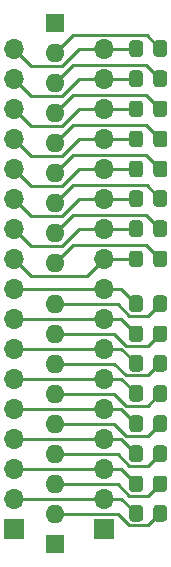
<source format=gbr>
%TF.GenerationSoftware,KiCad,Pcbnew,(5.1.9)-1*%
%TF.CreationDate,2021-02-04T07:57:01-05:00*%
%TF.ProjectId,NerdConsole_BreadBoard_BridgeMonitor16,4e657264-436f-46e7-936f-6c655f427265,rev?*%
%TF.SameCoordinates,Original*%
%TF.FileFunction,Copper,L1,Top*%
%TF.FilePolarity,Positive*%
%FSLAX46Y46*%
G04 Gerber Fmt 4.6, Leading zero omitted, Abs format (unit mm)*
G04 Created by KiCad (PCBNEW (5.1.9)-1) date 2021-02-04 07:57:01*
%MOMM*%
%LPD*%
G01*
G04 APERTURE LIST*
%TA.AperFunction,ComponentPad*%
%ADD10O,1.700000X1.700000*%
%TD*%
%TA.AperFunction,ComponentPad*%
%ADD11R,1.700000X1.700000*%
%TD*%
%TA.AperFunction,ComponentPad*%
%ADD12R,1.600000X1.600000*%
%TD*%
%TA.AperFunction,ComponentPad*%
%ADD13O,1.600000X1.600000*%
%TD*%
%TA.AperFunction,Conductor*%
%ADD14C,0.250000*%
%TD*%
G04 APERTURE END LIST*
%TO.P,D0,2*%
%TO.N,D0*%
%TA.AperFunction,SMDPad,CuDef*%
G36*
G01*
X117100000Y-111399999D02*
X117100000Y-112300001D01*
G75*
G02*
X116850001Y-112550000I-249999J0D01*
G01*
X116199999Y-112550000D01*
G75*
G02*
X115950000Y-112300001I0J249999D01*
G01*
X115950000Y-111399999D01*
G75*
G02*
X116199999Y-111150000I249999J0D01*
G01*
X116850001Y-111150000D01*
G75*
G02*
X117100000Y-111399999I0J-249999D01*
G01*
G37*
%TD.AperFunction*%
%TO.P,D0,1*%
%TO.N,LED0*%
%TA.AperFunction,SMDPad,CuDef*%
G36*
G01*
X119150000Y-111399999D02*
X119150000Y-112300001D01*
G75*
G02*
X118900001Y-112550000I-249999J0D01*
G01*
X118249999Y-112550000D01*
G75*
G02*
X118000000Y-112300001I0J249999D01*
G01*
X118000000Y-111399999D01*
G75*
G02*
X118249999Y-111150000I249999J0D01*
G01*
X118900001Y-111150000D01*
G75*
G02*
X119150000Y-111399999I0J-249999D01*
G01*
G37*
%TD.AperFunction*%
%TD*%
%TO.P,D1,1*%
%TO.N,LED1*%
%TA.AperFunction,SMDPad,CuDef*%
G36*
G01*
X119150000Y-108899999D02*
X119150000Y-109800001D01*
G75*
G02*
X118900001Y-110050000I-249999J0D01*
G01*
X118249999Y-110050000D01*
G75*
G02*
X118000000Y-109800001I0J249999D01*
G01*
X118000000Y-108899999D01*
G75*
G02*
X118249999Y-108650000I249999J0D01*
G01*
X118900001Y-108650000D01*
G75*
G02*
X119150000Y-108899999I0J-249999D01*
G01*
G37*
%TD.AperFunction*%
%TO.P,D1,2*%
%TO.N,D1*%
%TA.AperFunction,SMDPad,CuDef*%
G36*
G01*
X117100000Y-108899999D02*
X117100000Y-109800001D01*
G75*
G02*
X116850001Y-110050000I-249999J0D01*
G01*
X116199999Y-110050000D01*
G75*
G02*
X115950000Y-109800001I0J249999D01*
G01*
X115950000Y-108899999D01*
G75*
G02*
X116199999Y-108650000I249999J0D01*
G01*
X116850001Y-108650000D01*
G75*
G02*
X117100000Y-108899999I0J-249999D01*
G01*
G37*
%TD.AperFunction*%
%TD*%
%TO.P,D2,2*%
%TO.N,D2*%
%TA.AperFunction,SMDPad,CuDef*%
G36*
G01*
X117100000Y-106349999D02*
X117100000Y-107250001D01*
G75*
G02*
X116850001Y-107500000I-249999J0D01*
G01*
X116199999Y-107500000D01*
G75*
G02*
X115950000Y-107250001I0J249999D01*
G01*
X115950000Y-106349999D01*
G75*
G02*
X116199999Y-106100000I249999J0D01*
G01*
X116850001Y-106100000D01*
G75*
G02*
X117100000Y-106349999I0J-249999D01*
G01*
G37*
%TD.AperFunction*%
%TO.P,D2,1*%
%TO.N,LED2*%
%TA.AperFunction,SMDPad,CuDef*%
G36*
G01*
X119150000Y-106349999D02*
X119150000Y-107250001D01*
G75*
G02*
X118900001Y-107500000I-249999J0D01*
G01*
X118249999Y-107500000D01*
G75*
G02*
X118000000Y-107250001I0J249999D01*
G01*
X118000000Y-106349999D01*
G75*
G02*
X118249999Y-106100000I249999J0D01*
G01*
X118900001Y-106100000D01*
G75*
G02*
X119150000Y-106349999I0J-249999D01*
G01*
G37*
%TD.AperFunction*%
%TD*%
%TO.P,D3,1*%
%TO.N,LED3*%
%TA.AperFunction,SMDPad,CuDef*%
G36*
G01*
X119150000Y-103799999D02*
X119150000Y-104700001D01*
G75*
G02*
X118900001Y-104950000I-249999J0D01*
G01*
X118249999Y-104950000D01*
G75*
G02*
X118000000Y-104700001I0J249999D01*
G01*
X118000000Y-103799999D01*
G75*
G02*
X118249999Y-103550000I249999J0D01*
G01*
X118900001Y-103550000D01*
G75*
G02*
X119150000Y-103799999I0J-249999D01*
G01*
G37*
%TD.AperFunction*%
%TO.P,D3,2*%
%TO.N,D3*%
%TA.AperFunction,SMDPad,CuDef*%
G36*
G01*
X117100000Y-103799999D02*
X117100000Y-104700001D01*
G75*
G02*
X116850001Y-104950000I-249999J0D01*
G01*
X116199999Y-104950000D01*
G75*
G02*
X115950000Y-104700001I0J249999D01*
G01*
X115950000Y-103799999D01*
G75*
G02*
X116199999Y-103550000I249999J0D01*
G01*
X116850001Y-103550000D01*
G75*
G02*
X117100000Y-103799999I0J-249999D01*
G01*
G37*
%TD.AperFunction*%
%TD*%
%TO.P,D4,2*%
%TO.N,D4*%
%TA.AperFunction,SMDPad,CuDef*%
G36*
G01*
X117100000Y-101249999D02*
X117100000Y-102150001D01*
G75*
G02*
X116850001Y-102400000I-249999J0D01*
G01*
X116199999Y-102400000D01*
G75*
G02*
X115950000Y-102150001I0J249999D01*
G01*
X115950000Y-101249999D01*
G75*
G02*
X116199999Y-101000000I249999J0D01*
G01*
X116850001Y-101000000D01*
G75*
G02*
X117100000Y-101249999I0J-249999D01*
G01*
G37*
%TD.AperFunction*%
%TO.P,D4,1*%
%TO.N,LED4*%
%TA.AperFunction,SMDPad,CuDef*%
G36*
G01*
X119150000Y-101249999D02*
X119150000Y-102150001D01*
G75*
G02*
X118900001Y-102400000I-249999J0D01*
G01*
X118249999Y-102400000D01*
G75*
G02*
X118000000Y-102150001I0J249999D01*
G01*
X118000000Y-101249999D01*
G75*
G02*
X118249999Y-101000000I249999J0D01*
G01*
X118900001Y-101000000D01*
G75*
G02*
X119150000Y-101249999I0J-249999D01*
G01*
G37*
%TD.AperFunction*%
%TD*%
%TO.P,D5,1*%
%TO.N,LED5*%
%TA.AperFunction,SMDPad,CuDef*%
G36*
G01*
X119150000Y-98699999D02*
X119150000Y-99600001D01*
G75*
G02*
X118900001Y-99850000I-249999J0D01*
G01*
X118249999Y-99850000D01*
G75*
G02*
X118000000Y-99600001I0J249999D01*
G01*
X118000000Y-98699999D01*
G75*
G02*
X118249999Y-98450000I249999J0D01*
G01*
X118900001Y-98450000D01*
G75*
G02*
X119150000Y-98699999I0J-249999D01*
G01*
G37*
%TD.AperFunction*%
%TO.P,D5,2*%
%TO.N,D5*%
%TA.AperFunction,SMDPad,CuDef*%
G36*
G01*
X117100000Y-98699999D02*
X117100000Y-99600001D01*
G75*
G02*
X116850001Y-99850000I-249999J0D01*
G01*
X116199999Y-99850000D01*
G75*
G02*
X115950000Y-99600001I0J249999D01*
G01*
X115950000Y-98699999D01*
G75*
G02*
X116199999Y-98450000I249999J0D01*
G01*
X116850001Y-98450000D01*
G75*
G02*
X117100000Y-98699999I0J-249999D01*
G01*
G37*
%TD.AperFunction*%
%TD*%
%TO.P,D6,1*%
%TO.N,LED6*%
%TA.AperFunction,SMDPad,CuDef*%
G36*
G01*
X119150000Y-96199999D02*
X119150000Y-97100001D01*
G75*
G02*
X118900001Y-97350000I-249999J0D01*
G01*
X118249999Y-97350000D01*
G75*
G02*
X118000000Y-97100001I0J249999D01*
G01*
X118000000Y-96199999D01*
G75*
G02*
X118249999Y-95950000I249999J0D01*
G01*
X118900001Y-95950000D01*
G75*
G02*
X119150000Y-96199999I0J-249999D01*
G01*
G37*
%TD.AperFunction*%
%TO.P,D6,2*%
%TO.N,D6*%
%TA.AperFunction,SMDPad,CuDef*%
G36*
G01*
X117100000Y-96199999D02*
X117100000Y-97100001D01*
G75*
G02*
X116850001Y-97350000I-249999J0D01*
G01*
X116199999Y-97350000D01*
G75*
G02*
X115950000Y-97100001I0J249999D01*
G01*
X115950000Y-96199999D01*
G75*
G02*
X116199999Y-95950000I249999J0D01*
G01*
X116850001Y-95950000D01*
G75*
G02*
X117100000Y-96199999I0J-249999D01*
G01*
G37*
%TD.AperFunction*%
%TD*%
%TO.P,D7,2*%
%TO.N,D7*%
%TA.AperFunction,SMDPad,CuDef*%
G36*
G01*
X117100000Y-93649999D02*
X117100000Y-94550001D01*
G75*
G02*
X116850001Y-94800000I-249999J0D01*
G01*
X116199999Y-94800000D01*
G75*
G02*
X115950000Y-94550001I0J249999D01*
G01*
X115950000Y-93649999D01*
G75*
G02*
X116199999Y-93400000I249999J0D01*
G01*
X116850001Y-93400000D01*
G75*
G02*
X117100000Y-93649999I0J-249999D01*
G01*
G37*
%TD.AperFunction*%
%TO.P,D7,1*%
%TO.N,LED7*%
%TA.AperFunction,SMDPad,CuDef*%
G36*
G01*
X119150000Y-93649999D02*
X119150000Y-94550001D01*
G75*
G02*
X118900001Y-94800000I-249999J0D01*
G01*
X118249999Y-94800000D01*
G75*
G02*
X118000000Y-94550001I0J249999D01*
G01*
X118000000Y-93649999D01*
G75*
G02*
X118249999Y-93400000I249999J0D01*
G01*
X118900001Y-93400000D01*
G75*
G02*
X119150000Y-93649999I0J-249999D01*
G01*
G37*
%TD.AperFunction*%
%TD*%
%TO.P,D8,1*%
%TO.N,LED8*%
%TA.AperFunction,SMDPad,CuDef*%
G36*
G01*
X119150000Y-89849999D02*
X119150000Y-90750001D01*
G75*
G02*
X118900001Y-91000000I-249999J0D01*
G01*
X118249999Y-91000000D01*
G75*
G02*
X118000000Y-90750001I0J249999D01*
G01*
X118000000Y-89849999D01*
G75*
G02*
X118249999Y-89600000I249999J0D01*
G01*
X118900001Y-89600000D01*
G75*
G02*
X119150000Y-89849999I0J-249999D01*
G01*
G37*
%TD.AperFunction*%
%TO.P,D8,2*%
%TO.N,D8*%
%TA.AperFunction,SMDPad,CuDef*%
G36*
G01*
X117100000Y-89849999D02*
X117100000Y-90750001D01*
G75*
G02*
X116850001Y-91000000I-249999J0D01*
G01*
X116199999Y-91000000D01*
G75*
G02*
X115950000Y-90750001I0J249999D01*
G01*
X115950000Y-89849999D01*
G75*
G02*
X116199999Y-89600000I249999J0D01*
G01*
X116850001Y-89600000D01*
G75*
G02*
X117100000Y-89849999I0J-249999D01*
G01*
G37*
%TD.AperFunction*%
%TD*%
%TO.P,D9,2*%
%TO.N,D9*%
%TA.AperFunction,SMDPad,CuDef*%
G36*
G01*
X117100000Y-87299999D02*
X117100000Y-88200001D01*
G75*
G02*
X116850001Y-88450000I-249999J0D01*
G01*
X116199999Y-88450000D01*
G75*
G02*
X115950000Y-88200001I0J249999D01*
G01*
X115950000Y-87299999D01*
G75*
G02*
X116199999Y-87050000I249999J0D01*
G01*
X116850001Y-87050000D01*
G75*
G02*
X117100000Y-87299999I0J-249999D01*
G01*
G37*
%TD.AperFunction*%
%TO.P,D9,1*%
%TO.N,LED9*%
%TA.AperFunction,SMDPad,CuDef*%
G36*
G01*
X119150000Y-87299999D02*
X119150000Y-88200001D01*
G75*
G02*
X118900001Y-88450000I-249999J0D01*
G01*
X118249999Y-88450000D01*
G75*
G02*
X118000000Y-88200001I0J249999D01*
G01*
X118000000Y-87299999D01*
G75*
G02*
X118249999Y-87050000I249999J0D01*
G01*
X118900001Y-87050000D01*
G75*
G02*
X119150000Y-87299999I0J-249999D01*
G01*
G37*
%TD.AperFunction*%
%TD*%
%TO.P,Da,1*%
%TO.N,LED10*%
%TA.AperFunction,SMDPad,CuDef*%
G36*
G01*
X119150000Y-84749999D02*
X119150000Y-85650001D01*
G75*
G02*
X118900001Y-85900000I-249999J0D01*
G01*
X118249999Y-85900000D01*
G75*
G02*
X118000000Y-85650001I0J249999D01*
G01*
X118000000Y-84749999D01*
G75*
G02*
X118249999Y-84500000I249999J0D01*
G01*
X118900001Y-84500000D01*
G75*
G02*
X119150000Y-84749999I0J-249999D01*
G01*
G37*
%TD.AperFunction*%
%TO.P,Da,2*%
%TO.N,D10*%
%TA.AperFunction,SMDPad,CuDef*%
G36*
G01*
X117100000Y-84749999D02*
X117100000Y-85650001D01*
G75*
G02*
X116850001Y-85900000I-249999J0D01*
G01*
X116199999Y-85900000D01*
G75*
G02*
X115950000Y-85650001I0J249999D01*
G01*
X115950000Y-84749999D01*
G75*
G02*
X116199999Y-84500000I249999J0D01*
G01*
X116850001Y-84500000D01*
G75*
G02*
X117100000Y-84749999I0J-249999D01*
G01*
G37*
%TD.AperFunction*%
%TD*%
%TO.P,Db,2*%
%TO.N,D11*%
%TA.AperFunction,SMDPad,CuDef*%
G36*
G01*
X117100000Y-82249999D02*
X117100000Y-83150001D01*
G75*
G02*
X116850001Y-83400000I-249999J0D01*
G01*
X116199999Y-83400000D01*
G75*
G02*
X115950000Y-83150001I0J249999D01*
G01*
X115950000Y-82249999D01*
G75*
G02*
X116199999Y-82000000I249999J0D01*
G01*
X116850001Y-82000000D01*
G75*
G02*
X117100000Y-82249999I0J-249999D01*
G01*
G37*
%TD.AperFunction*%
%TO.P,Db,1*%
%TO.N,LED11*%
%TA.AperFunction,SMDPad,CuDef*%
G36*
G01*
X119150000Y-82249999D02*
X119150000Y-83150001D01*
G75*
G02*
X118900001Y-83400000I-249999J0D01*
G01*
X118249999Y-83400000D01*
G75*
G02*
X118000000Y-83150001I0J249999D01*
G01*
X118000000Y-82249999D01*
G75*
G02*
X118249999Y-82000000I249999J0D01*
G01*
X118900001Y-82000000D01*
G75*
G02*
X119150000Y-82249999I0J-249999D01*
G01*
G37*
%TD.AperFunction*%
%TD*%
%TO.P,Dc,1*%
%TO.N,LED12*%
%TA.AperFunction,SMDPad,CuDef*%
G36*
G01*
X119150000Y-79699999D02*
X119150000Y-80600001D01*
G75*
G02*
X118900001Y-80850000I-249999J0D01*
G01*
X118249999Y-80850000D01*
G75*
G02*
X118000000Y-80600001I0J249999D01*
G01*
X118000000Y-79699999D01*
G75*
G02*
X118249999Y-79450000I249999J0D01*
G01*
X118900001Y-79450000D01*
G75*
G02*
X119150000Y-79699999I0J-249999D01*
G01*
G37*
%TD.AperFunction*%
%TO.P,Dc,2*%
%TO.N,D12*%
%TA.AperFunction,SMDPad,CuDef*%
G36*
G01*
X117100000Y-79699999D02*
X117100000Y-80600001D01*
G75*
G02*
X116850001Y-80850000I-249999J0D01*
G01*
X116199999Y-80850000D01*
G75*
G02*
X115950000Y-80600001I0J249999D01*
G01*
X115950000Y-79699999D01*
G75*
G02*
X116199999Y-79450000I249999J0D01*
G01*
X116850001Y-79450000D01*
G75*
G02*
X117100000Y-79699999I0J-249999D01*
G01*
G37*
%TD.AperFunction*%
%TD*%
%TO.P,Dd,2*%
%TO.N,D13*%
%TA.AperFunction,SMDPad,CuDef*%
G36*
G01*
X117100000Y-77149999D02*
X117100000Y-78050001D01*
G75*
G02*
X116850001Y-78300000I-249999J0D01*
G01*
X116199999Y-78300000D01*
G75*
G02*
X115950000Y-78050001I0J249999D01*
G01*
X115950000Y-77149999D01*
G75*
G02*
X116199999Y-76900000I249999J0D01*
G01*
X116850001Y-76900000D01*
G75*
G02*
X117100000Y-77149999I0J-249999D01*
G01*
G37*
%TD.AperFunction*%
%TO.P,Dd,1*%
%TO.N,LED13*%
%TA.AperFunction,SMDPad,CuDef*%
G36*
G01*
X119150000Y-77149999D02*
X119150000Y-78050001D01*
G75*
G02*
X118900001Y-78300000I-249999J0D01*
G01*
X118249999Y-78300000D01*
G75*
G02*
X118000000Y-78050001I0J249999D01*
G01*
X118000000Y-77149999D01*
G75*
G02*
X118249999Y-76900000I249999J0D01*
G01*
X118900001Y-76900000D01*
G75*
G02*
X119150000Y-77149999I0J-249999D01*
G01*
G37*
%TD.AperFunction*%
%TD*%
%TO.P,De,1*%
%TO.N,LED14*%
%TA.AperFunction,SMDPad,CuDef*%
G36*
G01*
X119150000Y-74599999D02*
X119150000Y-75500001D01*
G75*
G02*
X118900001Y-75750000I-249999J0D01*
G01*
X118249999Y-75750000D01*
G75*
G02*
X118000000Y-75500001I0J249999D01*
G01*
X118000000Y-74599999D01*
G75*
G02*
X118249999Y-74350000I249999J0D01*
G01*
X118900001Y-74350000D01*
G75*
G02*
X119150000Y-74599999I0J-249999D01*
G01*
G37*
%TD.AperFunction*%
%TO.P,De,2*%
%TO.N,D14*%
%TA.AperFunction,SMDPad,CuDef*%
G36*
G01*
X117100000Y-74599999D02*
X117100000Y-75500001D01*
G75*
G02*
X116850001Y-75750000I-249999J0D01*
G01*
X116199999Y-75750000D01*
G75*
G02*
X115950000Y-75500001I0J249999D01*
G01*
X115950000Y-74599999D01*
G75*
G02*
X116199999Y-74350000I249999J0D01*
G01*
X116850001Y-74350000D01*
G75*
G02*
X117100000Y-74599999I0J-249999D01*
G01*
G37*
%TD.AperFunction*%
%TD*%
%TO.P,Df,2*%
%TO.N,D15*%
%TA.AperFunction,SMDPad,CuDef*%
G36*
G01*
X117100000Y-72049999D02*
X117100000Y-72950001D01*
G75*
G02*
X116850001Y-73200000I-249999J0D01*
G01*
X116199999Y-73200000D01*
G75*
G02*
X115950000Y-72950001I0J249999D01*
G01*
X115950000Y-72049999D01*
G75*
G02*
X116199999Y-71800000I249999J0D01*
G01*
X116850001Y-71800000D01*
G75*
G02*
X117100000Y-72049999I0J-249999D01*
G01*
G37*
%TD.AperFunction*%
%TO.P,Df,1*%
%TO.N,LED15*%
%TA.AperFunction,SMDPad,CuDef*%
G36*
G01*
X119150000Y-72049999D02*
X119150000Y-72950001D01*
G75*
G02*
X118900001Y-73200000I-249999J0D01*
G01*
X118249999Y-73200000D01*
G75*
G02*
X118000000Y-72950001I0J249999D01*
G01*
X118000000Y-72049999D01*
G75*
G02*
X118249999Y-71800000I249999J0D01*
G01*
X118900001Y-71800000D01*
G75*
G02*
X119150000Y-72049999I0J-249999D01*
G01*
G37*
%TD.AperFunction*%
%TD*%
D10*
%TO.P,J1,17*%
%TO.N,D15*%
X113800000Y-72510000D03*
%TO.P,J1,16*%
%TO.N,D14*%
X113800000Y-75050000D03*
%TO.P,J1,15*%
%TO.N,D13*%
X113800000Y-77590000D03*
%TO.P,J1,14*%
%TO.N,D12*%
X113800000Y-80130000D03*
%TO.P,J1,13*%
%TO.N,D11*%
X113800000Y-82670000D03*
%TO.P,J1,12*%
%TO.N,D10*%
X113800000Y-85210000D03*
%TO.P,J1,11*%
%TO.N,D9*%
X113800000Y-87750000D03*
%TO.P,J1,10*%
%TO.N,D8*%
X113800000Y-90290000D03*
%TO.P,J1,9*%
%TO.N,D7*%
X113800000Y-92830000D03*
%TO.P,J1,8*%
%TO.N,D6*%
X113800000Y-95370000D03*
%TO.P,J1,7*%
%TO.N,D5*%
X113800000Y-97910000D03*
%TO.P,J1,6*%
%TO.N,D4*%
X113800000Y-100450000D03*
%TO.P,J1,5*%
%TO.N,D3*%
X113800000Y-102990000D03*
%TO.P,J1,4*%
%TO.N,D2*%
X113800000Y-105530000D03*
%TO.P,J1,3*%
%TO.N,D1*%
X113800000Y-108070000D03*
%TO.P,J1,2*%
%TO.N,D0*%
X113800000Y-110610000D03*
D11*
%TO.P,J1,1*%
%TO.N,GND*%
X113800000Y-113150000D03*
%TD*%
%TO.P,J2,1*%
%TO.N,GND*%
X106200000Y-113150000D03*
D10*
%TO.P,J2,2*%
%TO.N,D0*%
X106200000Y-110610000D03*
%TO.P,J2,3*%
%TO.N,D1*%
X106200000Y-108070000D03*
%TO.P,J2,4*%
%TO.N,D2*%
X106200000Y-105530000D03*
%TO.P,J2,5*%
%TO.N,D3*%
X106200000Y-102990000D03*
%TO.P,J2,6*%
%TO.N,D4*%
X106200000Y-100450000D03*
%TO.P,J2,7*%
%TO.N,D5*%
X106200000Y-97910000D03*
%TO.P,J2,8*%
%TO.N,D6*%
X106200000Y-95370000D03*
%TO.P,J2,9*%
%TO.N,D7*%
X106200000Y-92830000D03*
%TO.P,J2,10*%
%TO.N,D8*%
X106200000Y-90290000D03*
%TO.P,J2,11*%
%TO.N,D9*%
X106200000Y-87750000D03*
%TO.P,J2,12*%
%TO.N,D10*%
X106200000Y-85210000D03*
%TO.P,J2,13*%
%TO.N,D11*%
X106200000Y-82670000D03*
%TO.P,J2,14*%
%TO.N,D12*%
X106200000Y-80130000D03*
%TO.P,J2,15*%
%TO.N,D13*%
X106200000Y-77590000D03*
%TO.P,J2,16*%
%TO.N,D14*%
X106200000Y-75050000D03*
%TO.P,J2,17*%
%TO.N,D15*%
X106200000Y-72510000D03*
%TD*%
D12*
%TO.P,RN1,1*%
%TO.N,GND*%
X109700000Y-114450000D03*
D13*
%TO.P,RN1,2*%
%TO.N,LED0*%
X109700000Y-111910000D03*
%TO.P,RN1,3*%
%TO.N,LED1*%
X109700000Y-109370000D03*
%TO.P,RN1,4*%
%TO.N,LED2*%
X109700000Y-106830000D03*
%TO.P,RN1,5*%
%TO.N,LED3*%
X109700000Y-104290000D03*
%TO.P,RN1,6*%
%TO.N,LED4*%
X109700000Y-101750000D03*
%TO.P,RN1,7*%
%TO.N,LED5*%
X109700000Y-99210000D03*
%TO.P,RN1,8*%
%TO.N,LED6*%
X109700000Y-96670000D03*
%TO.P,RN1,9*%
%TO.N,LED7*%
X109700000Y-94130000D03*
%TD*%
%TO.P,RN2,9*%
%TO.N,LED8*%
X109700000Y-90620000D03*
%TO.P,RN2,8*%
%TO.N,LED9*%
X109700000Y-88080000D03*
%TO.P,RN2,7*%
%TO.N,LED10*%
X109700000Y-85540000D03*
%TO.P,RN2,6*%
%TO.N,LED11*%
X109700000Y-83000000D03*
%TO.P,RN2,5*%
%TO.N,LED12*%
X109700000Y-80460000D03*
%TO.P,RN2,4*%
%TO.N,LED13*%
X109700000Y-77920000D03*
%TO.P,RN2,3*%
%TO.N,LED14*%
X109700000Y-75380000D03*
%TO.P,RN2,2*%
%TO.N,LED15*%
X109700000Y-72840000D03*
D12*
%TO.P,RN2,1*%
%TO.N,GND*%
X109700000Y-70300000D03*
%TD*%
D14*
%TO.N,D0*%
X115285000Y-110610000D02*
X116525000Y-111850000D01*
X113800000Y-110610000D02*
X115285000Y-110610000D01*
X113800000Y-110610000D02*
X106200000Y-110610000D01*
%TO.N,LED0*%
X114996810Y-111910000D02*
X109700000Y-111910000D01*
X115961820Y-112875010D02*
X114996810Y-111910000D01*
X117549990Y-112875010D02*
X115961820Y-112875010D01*
X118575000Y-111850000D02*
X117549990Y-112875010D01*
%TO.N,LED1*%
X115961820Y-110375010D02*
X114956810Y-109370000D01*
X114956810Y-109370000D02*
X109700000Y-109370000D01*
X117549990Y-110375010D02*
X115961820Y-110375010D01*
X118575000Y-109350000D02*
X117549990Y-110375010D01*
%TO.N,D1*%
X115245000Y-108070000D02*
X116525000Y-109350000D01*
X113800000Y-108070000D02*
X115245000Y-108070000D01*
X113800000Y-108070000D02*
X106200000Y-108070000D01*
%TO.N,D2*%
X115255000Y-105530000D02*
X116525000Y-106800000D01*
X113800000Y-105530000D02*
X115255000Y-105530000D01*
X113800000Y-105530000D02*
X106200000Y-105530000D01*
%TO.N,LED2*%
X114966810Y-106830000D02*
X109700000Y-106830000D01*
X115961820Y-107825010D02*
X114966810Y-106830000D01*
X117549990Y-107825010D02*
X115961820Y-107825010D01*
X118575000Y-106800000D02*
X117549990Y-107825010D01*
%TO.N,LED3*%
X114651410Y-104290000D02*
X109700000Y-104290000D01*
X115636420Y-105275010D02*
X114651410Y-104290000D01*
X117549990Y-105275010D02*
X115636420Y-105275010D01*
X118575000Y-104250000D02*
X117549990Y-105275010D01*
%TO.N,D3*%
X115265000Y-102990000D02*
X116525000Y-104250000D01*
X113800000Y-102990000D02*
X115265000Y-102990000D01*
X113800000Y-102990000D02*
X106200000Y-102990000D01*
%TO.N,D4*%
X115275000Y-100450000D02*
X116525000Y-101700000D01*
X113800000Y-100450000D02*
X115275000Y-100450000D01*
X113800000Y-100450000D02*
X106200000Y-100450000D01*
%TO.N,LED4*%
X114661410Y-101750000D02*
X109700000Y-101750000D01*
X115636420Y-102725010D02*
X114661410Y-101750000D01*
X117549990Y-102725010D02*
X115636420Y-102725010D01*
X118575000Y-101700000D02*
X117549990Y-102725010D01*
%TO.N,LED5*%
X114671410Y-99210000D02*
X109700000Y-99210000D01*
X115636420Y-100175010D02*
X114671410Y-99210000D01*
X117549990Y-100175010D02*
X115636420Y-100175010D01*
X118575000Y-99150000D02*
X117549990Y-100175010D01*
%TO.N,D5*%
X115285000Y-97910000D02*
X116525000Y-99150000D01*
X113800000Y-97910000D02*
X115285000Y-97910000D01*
X113800000Y-97910000D02*
X106200000Y-97910000D01*
%TO.N,LED6*%
X114681410Y-96670000D02*
X109700000Y-96670000D01*
X115686420Y-97675010D02*
X114681410Y-96670000D01*
X117549990Y-97675010D02*
X115686420Y-97675010D01*
X118575000Y-96650000D02*
X117549990Y-97675010D01*
%TO.N,D6*%
X115245000Y-95370000D02*
X116525000Y-96650000D01*
X113800000Y-95370000D02*
X115245000Y-95370000D01*
X113800000Y-95370000D02*
X106200000Y-95370000D01*
%TO.N,D7*%
X115255000Y-92830000D02*
X116525000Y-94100000D01*
X113800000Y-92830000D02*
X115255000Y-92830000D01*
X113800000Y-92830000D02*
X106200000Y-92830000D01*
%TO.N,LED7*%
X114966810Y-94130000D02*
X109700000Y-94130000D01*
X115961820Y-95125010D02*
X114966810Y-94130000D01*
X117549990Y-95125010D02*
X115961820Y-95125010D01*
X118575000Y-94100000D02*
X117549990Y-95125010D01*
%TO.N,LED8*%
X117389999Y-89114999D02*
X111205001Y-89114999D01*
X111205001Y-89114999D02*
X109700000Y-90620000D01*
X118575000Y-90300000D02*
X117389999Y-89114999D01*
%TO.N,D8*%
X116515000Y-90290000D02*
X116525000Y-90300000D01*
X113800000Y-90290000D02*
X116515000Y-90290000D01*
X107655001Y-91745001D02*
X106200000Y-90290000D01*
X112344999Y-91745001D02*
X107655001Y-91745001D01*
X113800000Y-90290000D02*
X112344999Y-91745001D01*
%TO.N,D9*%
X113800000Y-87750000D02*
X116525000Y-87750000D01*
X110240001Y-89205001D02*
X107655001Y-89205001D01*
X107655001Y-89205001D02*
X106200000Y-87750000D01*
X111695002Y-87750000D02*
X110240001Y-89205001D01*
X113800000Y-87750000D02*
X111695002Y-87750000D01*
%TO.N,LED9*%
X111205001Y-86574999D02*
X109700000Y-88080000D01*
X117399999Y-86574999D02*
X111205001Y-86574999D01*
X118575000Y-87750000D02*
X117399999Y-86574999D01*
%TO.N,LED10*%
X111205001Y-84034999D02*
X109700000Y-85540000D01*
X117409999Y-84034999D02*
X111205001Y-84034999D01*
X118575000Y-85200000D02*
X117409999Y-84034999D01*
%TO.N,D10*%
X116515000Y-85210000D02*
X116525000Y-85200000D01*
X113800000Y-85210000D02*
X116515000Y-85210000D01*
X107655001Y-86665001D02*
X106200000Y-85210000D01*
X110240001Y-86665001D02*
X107655001Y-86665001D01*
X111695002Y-85210000D02*
X110240001Y-86665001D01*
X113800000Y-85210000D02*
X111695002Y-85210000D01*
%TO.N,D11*%
X116495000Y-82670000D02*
X116525000Y-82700000D01*
X113800000Y-82670000D02*
X116495000Y-82670000D01*
X107655001Y-84125001D02*
X106200000Y-82670000D01*
X110240001Y-84125001D02*
X107655001Y-84125001D01*
X111695002Y-82670000D02*
X110240001Y-84125001D01*
X113800000Y-82670000D02*
X111695002Y-82670000D01*
%TO.N,LED11*%
X111205001Y-81494999D02*
X109700000Y-83000000D01*
X117369999Y-81494999D02*
X111205001Y-81494999D01*
X118575000Y-82700000D02*
X117369999Y-81494999D01*
%TO.N,LED12*%
X111205001Y-78954999D02*
X109700000Y-80460000D01*
X117379999Y-78954999D02*
X111205001Y-78954999D01*
X118575000Y-80150000D02*
X117379999Y-78954999D01*
%TO.N,D12*%
X116505000Y-80130000D02*
X116525000Y-80150000D01*
X113800000Y-80130000D02*
X116505000Y-80130000D01*
X107655001Y-81585001D02*
X106200000Y-80130000D01*
X110240001Y-81585001D02*
X107655001Y-81585001D01*
X111695002Y-80130000D02*
X110240001Y-81585001D01*
X113800000Y-80130000D02*
X111695002Y-80130000D01*
%TO.N,D13*%
X116515000Y-77590000D02*
X116525000Y-77600000D01*
X113800000Y-77590000D02*
X116515000Y-77590000D01*
X107655001Y-79045001D02*
X106200000Y-77590000D01*
X111695002Y-77590000D02*
X110240001Y-79045001D01*
X110240001Y-79045001D02*
X107655001Y-79045001D01*
X113800000Y-77590000D02*
X111695002Y-77590000D01*
%TO.N,LED13*%
X111205001Y-76414999D02*
X109700000Y-77920000D01*
X117389999Y-76414999D02*
X111205001Y-76414999D01*
X118575000Y-77600000D02*
X117389999Y-76414999D01*
%TO.N,LED14*%
X111205001Y-73874999D02*
X109700000Y-75380000D01*
X117399999Y-73874999D02*
X111205001Y-73874999D01*
X118575000Y-75050000D02*
X117399999Y-73874999D01*
%TO.N,D14*%
X113800000Y-75050000D02*
X116525000Y-75050000D01*
X107655001Y-76505001D02*
X106200000Y-75050000D01*
X110240001Y-76505001D02*
X107655001Y-76505001D01*
X111695002Y-75050000D02*
X110240001Y-76505001D01*
X113800000Y-75050000D02*
X111695002Y-75050000D01*
%TO.N,D15*%
X116515000Y-72510000D02*
X116525000Y-72500000D01*
X113800000Y-72510000D02*
X116515000Y-72510000D01*
X107655001Y-73965001D02*
X106200000Y-72510000D01*
X110240001Y-73965001D02*
X107655001Y-73965001D01*
X111695002Y-72510000D02*
X110240001Y-73965001D01*
X113800000Y-72510000D02*
X111695002Y-72510000D01*
%TO.N,LED15*%
X111205001Y-71334999D02*
X109700000Y-72840000D01*
X117409999Y-71334999D02*
X111205001Y-71334999D01*
X118575000Y-72500000D02*
X117409999Y-71334999D01*
%TD*%
M02*

</source>
